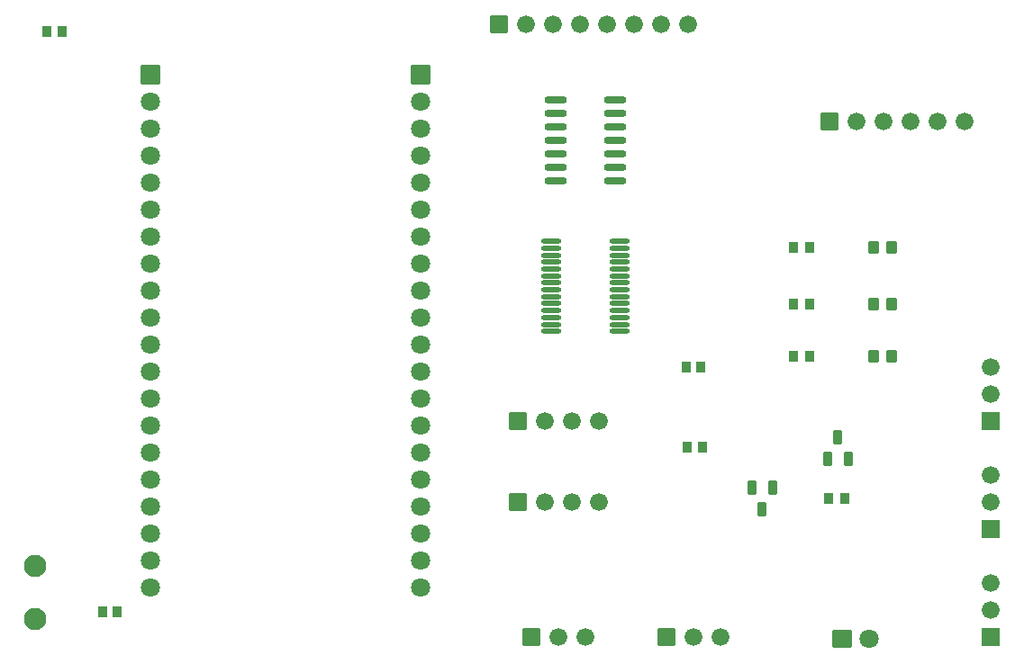
<source format=gts>
G04 Layer: TopSolderMaskLayer*
G04 EasyEDA v6.5.22, 2023-03-21 19:31:51*
G04 afc67292cab7459ea135deb86c664b34,e659aa28fce94fba860684ee23aa467a,10*
G04 Gerber Generator version 0.2*
G04 Scale: 100 percent, Rotated: No, Reflected: No *
G04 Dimensions in millimeters *
G04 leading zeros omitted , absolute positions ,4 integer and 5 decimal *
%FSLAX45Y45*%
%MOMM*%

%AMMACRO1*1,1,$1,$2,$3*1,1,$1,$4,$5*1,1,$1,0-$2,0-$3*1,1,$1,0-$4,0-$5*20,1,$1,$2,$3,$4,$5,0*20,1,$1,$4,$5,0-$2,0-$3,0*20,1,$1,0-$2,0-$3,0-$4,0-$5,0*20,1,$1,0-$4,0-$5,$2,$3,0*4,1,4,$2,$3,$4,$5,0-$2,0-$3,0-$4,0-$5,$2,$3,0*%
%ADD10MACRO1,0.1016X-0.4X0.45X0.4X0.45*%
%ADD11C,2.1016*%
%ADD12MACRO1,0.1016X-0.4032X-0.432X-0.4032X0.432*%
%ADD13MACRO1,0.1016X0.4032X-0.432X0.4032X0.432*%
%ADD14C,1.8016*%
%ADD15MACRO1,0.1016X0.85X-0.85X-0.85X-0.85*%
%ADD16MACRO1,0.1016X-0.7874X0.7874X0.7874X0.7874*%
%ADD17C,1.6764*%
%ADD18MACRO1,0.1016X-0.85X0.7874X0.85X0.7874*%
%ADD19R,1.6764X1.6764*%
%ADD20MACRO1,0.1016X0.45X0.5X0.45X-0.5*%
%ADD21MACRO1,0.1016X0.35X0.625X0.35X-0.625*%
%ADD22O,1.905X0.508*%
%ADD23O,2.1395944X0.6755891999999999*%
%ADD24MACRO1,0.1016X0.4032X0.432X0.4032X-0.432*%
%ADD25MACRO1,0.1016X-0.4032X0.432X-0.4032X-0.432*%
%ADD26MACRO1,0.1016X-0.35X-0.625X-0.35X0.625*%

%LPD*%
D10*
G01*
X7435999Y10414000D03*
G01*
X7296000Y10414000D03*
G01*
X1949599Y8115300D03*
G01*
X1809600Y8115300D03*
G01*
X1428899Y13576300D03*
G01*
X1288900Y13576300D03*
D11*
G01*
X1181100Y8543544D03*
G01*
X1181100Y8042655D03*
D12*
G01*
X8457324Y11544300D03*
D13*
G01*
X8306675Y11544300D03*
D12*
G01*
X8457324Y11010900D03*
D13*
G01*
X8306675Y11010900D03*
D12*
G01*
X8457324Y10515600D03*
D13*
G01*
X8306675Y10515600D03*
D12*
G01*
X7454024Y9664700D03*
D13*
G01*
X7303375Y9664700D03*
D14*
G01*
X4800600Y12915900D03*
G01*
X4800600Y12661900D03*
G01*
X4800600Y12407900D03*
G01*
X4800600Y12153900D03*
G01*
X4800600Y11899900D03*
G01*
X4800600Y11645900D03*
G01*
X4800600Y11391900D03*
G01*
X4800600Y11137900D03*
G01*
X4800600Y10883900D03*
G01*
X4800600Y10629900D03*
G01*
X4800600Y10375900D03*
G01*
X4800600Y10121900D03*
G01*
X4800600Y9867900D03*
G01*
X4800600Y9613900D03*
G01*
X4800600Y9359900D03*
G01*
X2260600Y12661900D03*
G01*
X2260600Y12407900D03*
G01*
X2260600Y12153900D03*
G01*
X2260600Y11899900D03*
G01*
X2260600Y11645900D03*
G01*
X2260600Y11391900D03*
G01*
X2260600Y11137900D03*
G01*
X2260600Y10883900D03*
G01*
X2260600Y10629900D03*
G01*
X2260600Y10375900D03*
G01*
X2260600Y10121900D03*
G01*
X2260600Y9867900D03*
G01*
X2260600Y9613900D03*
G01*
X2260600Y9359900D03*
G01*
X2260600Y12915900D03*
G01*
X4800600Y9105900D03*
G01*
X4800600Y8851900D03*
D15*
G01*
X4800587Y13169887D03*
G01*
X2260587Y13169887D03*
D14*
G01*
X2260600Y9105900D03*
G01*
X2260600Y8851900D03*
G01*
X4800600Y8597900D03*
G01*
X2260600Y8597900D03*
G01*
X2260600Y8343900D03*
G01*
X4800600Y8343900D03*
D16*
G01*
X5715000Y9906000D03*
D17*
G01*
X5969000Y9906000D03*
G01*
X6223000Y9906000D03*
G01*
X6477000Y9906000D03*
D16*
G01*
X5715000Y9144000D03*
D17*
G01*
X5969000Y9144000D03*
G01*
X6223000Y9144000D03*
G01*
X6477000Y9144000D03*
D18*
G01*
X8763001Y7861300D03*
D14*
G01*
X9017000Y7861300D03*
D17*
G01*
X6350000Y7874000D03*
G01*
X6096000Y7874000D03*
D16*
G01*
X5842000Y7874000D03*
D17*
G01*
X7620000Y7874000D03*
G01*
X7366000Y7874000D03*
D16*
G01*
X7112000Y7874000D03*
D17*
G01*
X9918700Y12725400D03*
G01*
X9664700Y12725400D03*
G01*
X9410700Y12725400D03*
G01*
X9156700Y12725400D03*
G01*
X8902700Y12725400D03*
D16*
G01*
X8648700Y12725400D03*
D17*
G01*
X10160000Y8382000D03*
G01*
X10160000Y8128000D03*
D19*
G01*
X10160000Y7874000D03*
D17*
G01*
X10160000Y9398000D03*
G01*
X10160000Y9144000D03*
D19*
G01*
X10160000Y8890000D03*
D17*
G01*
X10160000Y10414000D03*
G01*
X10160000Y10160000D03*
D19*
G01*
X10160000Y9906000D03*
D20*
G01*
X9229059Y11544223D03*
G01*
X9059059Y11544223D03*
G01*
X9229059Y10515523D03*
G01*
X9059059Y10515523D03*
G01*
X9229059Y11010823D03*
G01*
X9059059Y11010823D03*
D21*
G01*
X8629903Y9552000D03*
G01*
X8819894Y9552000D03*
G01*
X8724898Y9751999D03*
D22*
G01*
X6030010Y11598503D03*
G01*
X6030010Y11533504D03*
G01*
X6030010Y11468480D03*
G01*
X6030010Y11403482D03*
G01*
X6030010Y11338483D03*
G01*
X6030010Y11273485D03*
G01*
X6030010Y11208486D03*
G01*
X6030010Y11143487D03*
G01*
X6030010Y11078489D03*
G01*
X6030010Y11013490D03*
G01*
X6030010Y10948492D03*
G01*
X6030010Y10883493D03*
G01*
X6030010Y10818495D03*
G01*
X6030010Y10753470D03*
G01*
X6669989Y10753470D03*
G01*
X6669989Y10818495D03*
G01*
X6669989Y10883493D03*
G01*
X6669989Y10948492D03*
G01*
X6669989Y11013490D03*
G01*
X6669989Y11078489D03*
G01*
X6669989Y11143487D03*
G01*
X6669989Y11208486D03*
G01*
X6669989Y11273485D03*
G01*
X6669989Y11338483D03*
G01*
X6669989Y11403482D03*
G01*
X6669989Y11468480D03*
G01*
X6669989Y11533479D03*
G01*
X6669989Y11598478D03*
D16*
G01*
X5537200Y13639800D03*
D17*
G01*
X5791200Y13639800D03*
G01*
X6045200Y13639800D03*
G01*
X6299200Y13639800D03*
G01*
X6553200Y13639800D03*
G01*
X6807200Y13639800D03*
G01*
X7061200Y13639800D03*
G01*
X7315200Y13639800D03*
D23*
G01*
X6073089Y12928600D03*
G01*
X6073089Y12801600D03*
G01*
X6073089Y12674600D03*
G01*
X6073089Y12547600D03*
G01*
X6073089Y12420600D03*
G01*
X6073089Y12293600D03*
G01*
X6073089Y12166600D03*
G01*
X6626910Y12928600D03*
G01*
X6626910Y12801600D03*
G01*
X6626910Y12674600D03*
G01*
X6626910Y12547600D03*
G01*
X6626910Y12420600D03*
G01*
X6626910Y12293600D03*
G01*
X6626910Y12166600D03*
D24*
G01*
X8636875Y9182100D03*
D25*
G01*
X8787524Y9182100D03*
D26*
G01*
X8108696Y9282099D03*
G01*
X7918705Y9282099D03*
G01*
X8013701Y9082100D03*
M02*

</source>
